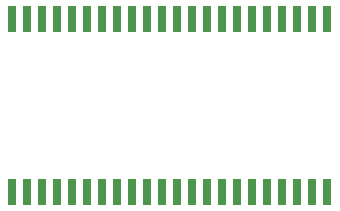
<source format=gbr>
G04 EAGLE Gerber RS-274X export*
G75*
%MOMM*%
%FSLAX34Y34*%
%LPD*%
%INSoldermask Bottom*%
%IPPOS*%
%AMOC8*
5,1,8,0,0,1.08239X$1,22.5*%
G01*
G04 Define Apertures*
%ADD10R,0.727000X2.327000*%
D10*
X565150Y320300D03*
X425450Y320300D03*
X577850Y320300D03*
X552450Y320300D03*
X539750Y320300D03*
X412750Y320300D03*
X438150Y320300D03*
X450850Y320300D03*
X514350Y320300D03*
X476250Y320300D03*
X527050Y320300D03*
X501650Y320300D03*
X463550Y320300D03*
X488950Y320300D03*
X400050Y320300D03*
X387350Y320300D03*
X374650Y320300D03*
X361950Y320300D03*
X349250Y320300D03*
X336550Y320300D03*
X323850Y320300D03*
X311150Y320300D03*
X311150Y467100D03*
X323850Y467100D03*
X336550Y467100D03*
X349250Y467100D03*
X361950Y467100D03*
X374650Y467100D03*
X387350Y467100D03*
X400050Y467100D03*
X412750Y467100D03*
X425450Y467100D03*
X438150Y467100D03*
X450850Y467100D03*
X463550Y467100D03*
X476250Y467100D03*
X488950Y467100D03*
X501650Y467100D03*
X514350Y467100D03*
X527050Y467100D03*
X539750Y467100D03*
X552450Y467100D03*
X565150Y467100D03*
X577850Y467100D03*
M02*

</source>
